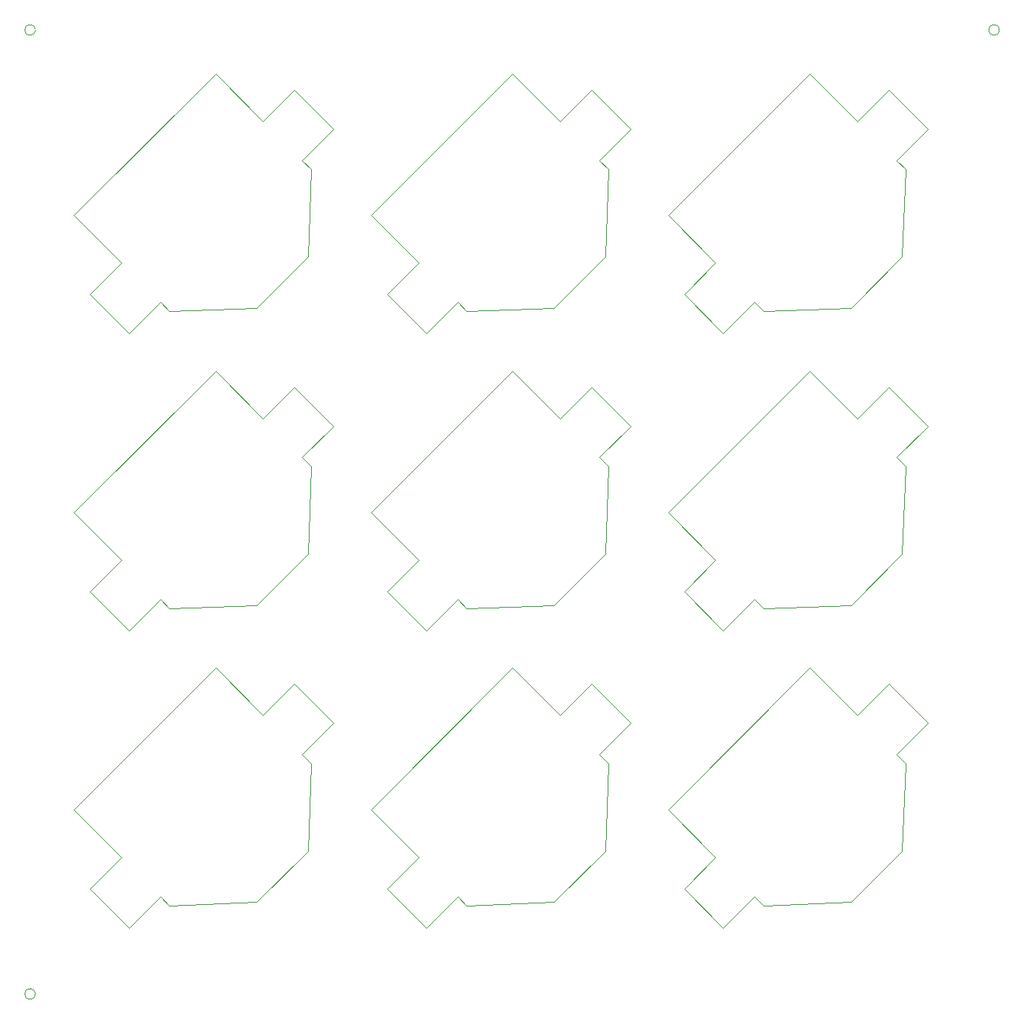
<source format=gbr>
%TF.GenerationSoftware,KiCad,Pcbnew,9.0.0-rc2-3baa6cd791~182~ubuntu24.04.1*%
%TF.CreationDate,2025-01-30T23:50:26-05:00*%
%TF.ProjectId,PCA20073_nRF54L15_Tiny_Board,50434132-3030-4373-935f-6e524635344c,rev?*%
%TF.SameCoordinates,Original*%
%TF.FileFunction,Other,User*%
%FSLAX46Y46*%
G04 Gerber Fmt 4.6, Leading zero omitted, Abs format (unit mm)*
G04 Created by KiCad (PCBNEW 9.0.0-rc2-3baa6cd791~182~ubuntu24.04.1) date 2025-01-30 23:50:26*
%MOMM*%
%LPD*%
G01*
G04 APERTURE LIST*
%ADD10C,0.050000*%
G04 APERTURE END LIST*
D10*
%TO.C,KiKit_FID_B_1*%
X95977216Y-25000000D02*
G75*
G02*
X94777216Y-25000000I-600000J0D01*
G01*
X94777216Y-25000000D02*
G75*
G02*
X95977216Y-25000000I600000J0D01*
G01*
%TO.C,BT1*%
X138176241Y-50677348D02*
X132943651Y-45444758D01*
X138176241Y-50677348D02*
X134711418Y-54142171D01*
X139024770Y-58455523D02*
X134711418Y-54142171D01*
X142489593Y-54990700D02*
X139024770Y-58455523D01*
X142489593Y-54990700D02*
X143479542Y-55980649D01*
X148570711Y-29817698D02*
X132943651Y-45444758D01*
X153096194Y-55627096D02*
X143479542Y-55980649D01*
X153803301Y-35050288D02*
X148570711Y-29817698D01*
X157268124Y-31585465D02*
X153803301Y-35050288D01*
X157268124Y-31585465D02*
X161581476Y-35898817D01*
X158116653Y-39363640D02*
X159106602Y-40353589D01*
X158753049Y-49970241D02*
X153096194Y-55627096D01*
X159106602Y-40353589D02*
X158753049Y-49970241D01*
X161581476Y-35898817D02*
X158116653Y-39363640D01*
X170924978Y-50677348D02*
X165692388Y-45444758D01*
X170924978Y-50677348D02*
X167460155Y-54142171D01*
X171773507Y-58455523D02*
X167460155Y-54142171D01*
X175238330Y-54990700D02*
X171773507Y-58455523D01*
X175238330Y-54990700D02*
X176228279Y-55980649D01*
X181319448Y-29817698D02*
X165692388Y-45444758D01*
X185844931Y-55627096D02*
X176228279Y-55980649D01*
X186552038Y-35050288D02*
X181319448Y-29817698D01*
X190016861Y-31585465D02*
X186552038Y-35050288D01*
X190016861Y-31585465D02*
X194330213Y-35898817D01*
X190865390Y-39363640D02*
X191855339Y-40353589D01*
X191501786Y-49970241D02*
X185844931Y-55627096D01*
X191855339Y-40353589D02*
X191501786Y-49970241D01*
X194330213Y-35898817D02*
X190865390Y-39363640D01*
%TO.C,KiKit_FID_B_2*%
X202222785Y-25000000D02*
G75*
G02*
X201022785Y-25000000I-600000J0D01*
G01*
X201022785Y-25000000D02*
G75*
G02*
X202222785Y-25000000I600000J0D01*
G01*
%TO.C,BT1*%
X105427504Y-50677348D02*
X100194914Y-45444758D01*
X105427504Y-50677348D02*
X101962681Y-54142171D01*
X106276033Y-58455523D02*
X101962681Y-54142171D01*
X109740856Y-54990700D02*
X106276033Y-58455523D01*
X109740856Y-54990700D02*
X110730805Y-55980649D01*
X115821974Y-29817698D02*
X100194914Y-45444758D01*
X120347457Y-55627096D02*
X110730805Y-55980649D01*
X121054564Y-35050288D02*
X115821974Y-29817698D01*
X124519387Y-31585465D02*
X121054564Y-35050288D01*
X124519387Y-31585465D02*
X128832739Y-35898817D01*
X125367916Y-39363640D02*
X126357865Y-40353589D01*
X126004312Y-49970241D02*
X120347457Y-55627096D01*
X126357865Y-40353589D02*
X126004312Y-49970241D01*
X128832739Y-35898817D02*
X125367916Y-39363640D01*
X138176241Y-83426085D02*
X132943651Y-78193495D01*
X138176241Y-83426085D02*
X134711418Y-86890908D01*
X139024770Y-91204260D02*
X134711418Y-86890908D01*
X142489593Y-87739437D02*
X139024770Y-91204260D01*
X142489593Y-87739437D02*
X143479542Y-88729386D01*
X148570711Y-62566435D02*
X132943651Y-78193495D01*
X153096194Y-88375833D02*
X143479542Y-88729386D01*
X153803301Y-67799025D02*
X148570711Y-62566435D01*
X157268124Y-64334202D02*
X153803301Y-67799025D01*
X157268124Y-64334202D02*
X161581476Y-68647554D01*
X158116653Y-72112377D02*
X159106602Y-73102326D01*
X158753049Y-82718978D02*
X153096194Y-88375833D01*
X159106602Y-73102326D02*
X158753049Y-82718978D01*
X161581476Y-68647554D02*
X158116653Y-72112377D01*
X170924978Y-116174822D02*
X165692388Y-110942232D01*
X170924978Y-116174822D02*
X167460155Y-119639645D01*
X171773507Y-123952997D02*
X167460155Y-119639645D01*
X175238330Y-120488174D02*
X171773507Y-123952997D01*
X175238330Y-120488174D02*
X176228279Y-121478123D01*
X181319448Y-95315172D02*
X165692388Y-110942232D01*
X185844931Y-121124570D02*
X176228279Y-121478123D01*
X186552038Y-100547762D02*
X181319448Y-95315172D01*
X190016861Y-97082939D02*
X186552038Y-100547762D01*
X190016861Y-97082939D02*
X194330213Y-101396291D01*
X190865390Y-104861114D02*
X191855339Y-105851063D01*
X191501786Y-115467715D02*
X185844931Y-121124570D01*
X191855339Y-105851063D02*
X191501786Y-115467715D01*
X194330213Y-101396291D02*
X190865390Y-104861114D01*
X170924978Y-83426085D02*
X165692388Y-78193495D01*
X170924978Y-83426085D02*
X167460155Y-86890908D01*
X171773507Y-91204260D02*
X167460155Y-86890908D01*
X175238330Y-87739437D02*
X171773507Y-91204260D01*
X175238330Y-87739437D02*
X176228279Y-88729386D01*
X181319448Y-62566435D02*
X165692388Y-78193495D01*
X185844931Y-88375833D02*
X176228279Y-88729386D01*
X186552038Y-67799025D02*
X181319448Y-62566435D01*
X190016861Y-64334202D02*
X186552038Y-67799025D01*
X190016861Y-64334202D02*
X194330213Y-68647554D01*
X190865390Y-72112377D02*
X191855339Y-73102326D01*
X191501786Y-82718978D02*
X185844931Y-88375833D01*
X191855339Y-73102326D02*
X191501786Y-82718978D01*
X194330213Y-68647554D02*
X190865390Y-72112377D01*
%TO.C,KiKit_FID_B_3*%
X95977216Y-131245569D02*
G75*
G02*
X94777216Y-131245569I-600000J0D01*
G01*
X94777216Y-131245569D02*
G75*
G02*
X95977216Y-131245569I600000J0D01*
G01*
%TO.C,BT1*%
X105427504Y-116174822D02*
X100194914Y-110942232D01*
X105427504Y-116174822D02*
X101962681Y-119639645D01*
X106276033Y-123952997D02*
X101962681Y-119639645D01*
X109740856Y-120488174D02*
X106276033Y-123952997D01*
X109740856Y-120488174D02*
X110730805Y-121478123D01*
X115821974Y-95315172D02*
X100194914Y-110942232D01*
X120347457Y-121124570D02*
X110730805Y-121478123D01*
X121054564Y-100547762D02*
X115821974Y-95315172D01*
X124519387Y-97082939D02*
X121054564Y-100547762D01*
X124519387Y-97082939D02*
X128832739Y-101396291D01*
X125367916Y-104861114D02*
X126357865Y-105851063D01*
X126004312Y-115467715D02*
X120347457Y-121124570D01*
X126357865Y-105851063D02*
X126004312Y-115467715D01*
X128832739Y-101396291D02*
X125367916Y-104861114D01*
X138176241Y-116174822D02*
X132943651Y-110942232D01*
X138176241Y-116174822D02*
X134711418Y-119639645D01*
X139024770Y-123952997D02*
X134711418Y-119639645D01*
X142489593Y-120488174D02*
X139024770Y-123952997D01*
X142489593Y-120488174D02*
X143479542Y-121478123D01*
X148570711Y-95315172D02*
X132943651Y-110942232D01*
X153096194Y-121124570D02*
X143479542Y-121478123D01*
X153803301Y-100547762D02*
X148570711Y-95315172D01*
X157268124Y-97082939D02*
X153803301Y-100547762D01*
X157268124Y-97082939D02*
X161581476Y-101396291D01*
X158116653Y-104861114D02*
X159106602Y-105851063D01*
X158753049Y-115467715D02*
X153096194Y-121124570D01*
X159106602Y-105851063D02*
X158753049Y-115467715D01*
X161581476Y-101396291D02*
X158116653Y-104861114D01*
X105427504Y-83426085D02*
X100194914Y-78193495D01*
X105427504Y-83426085D02*
X101962681Y-86890908D01*
X106276033Y-91204260D02*
X101962681Y-86890908D01*
X109740856Y-87739437D02*
X106276033Y-91204260D01*
X109740856Y-87739437D02*
X110730805Y-88729386D01*
X115821974Y-62566435D02*
X100194914Y-78193495D01*
X120347457Y-88375833D02*
X110730805Y-88729386D01*
X121054564Y-67799025D02*
X115821974Y-62566435D01*
X124519387Y-64334202D02*
X121054564Y-67799025D01*
X124519387Y-64334202D02*
X128832739Y-68647554D01*
X125367916Y-72112377D02*
X126357865Y-73102326D01*
X126004312Y-82718978D02*
X120347457Y-88375833D01*
X126357865Y-73102326D02*
X126004312Y-82718978D01*
X128832739Y-68647554D02*
X125367916Y-72112377D01*
%TD*%
M02*

</source>
